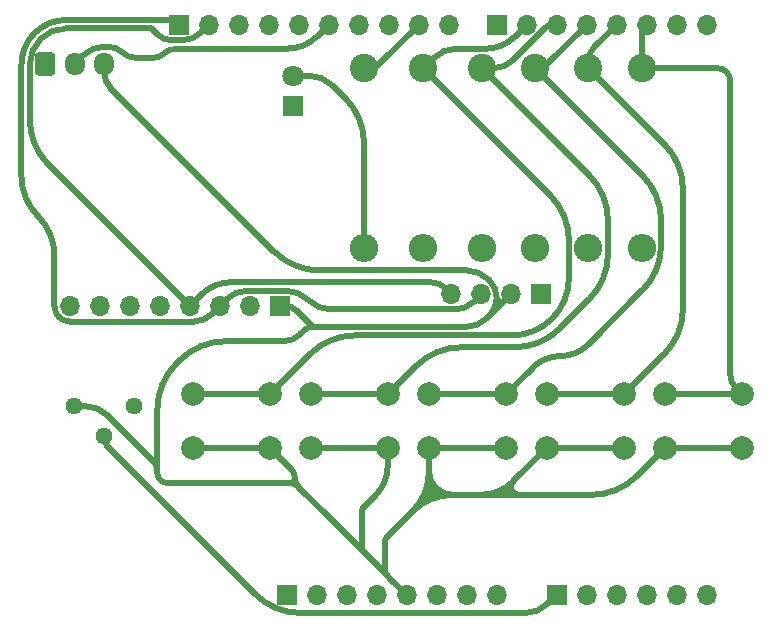
<source format=gbr>
%TF.GenerationSoftware,KiCad,Pcbnew,8.0.8*%
%TF.CreationDate,2025-02-03T17:05:42-07:00*%
%TF.ProjectId,Uno_Sheild_Project,556e6f5f-5368-4656-996c-645f50726f6a,rev?*%
%TF.SameCoordinates,Original*%
%TF.FileFunction,Copper,L1,Top*%
%TF.FilePolarity,Positive*%
%FSLAX46Y46*%
G04 Gerber Fmt 4.6, Leading zero omitted, Abs format (unit mm)*
G04 Created by KiCad (PCBNEW 8.0.8) date 2025-02-03 17:05:42*
%MOMM*%
%LPD*%
G01*
G04 APERTURE LIST*
G04 Aperture macros list*
%AMRoundRect*
0 Rectangle with rounded corners*
0 $1 Rounding radius*
0 $2 $3 $4 $5 $6 $7 $8 $9 X,Y pos of 4 corners*
0 Add a 4 corners polygon primitive as box body*
4,1,4,$2,$3,$4,$5,$6,$7,$8,$9,$2,$3,0*
0 Add four circle primitives for the rounded corners*
1,1,$1+$1,$2,$3*
1,1,$1+$1,$4,$5*
1,1,$1+$1,$6,$7*
1,1,$1+$1,$8,$9*
0 Add four rect primitives between the rounded corners*
20,1,$1+$1,$2,$3,$4,$5,0*
20,1,$1+$1,$4,$5,$6,$7,0*
20,1,$1+$1,$6,$7,$8,$9,0*
20,1,$1+$1,$8,$9,$2,$3,0*%
G04 Aperture macros list end*
%TA.AperFunction,ComponentPad*%
%ADD10O,1.700000X1.700000*%
%TD*%
%TA.AperFunction,ComponentPad*%
%ADD11R,1.700000X1.700000*%
%TD*%
%TA.AperFunction,ComponentPad*%
%ADD12C,1.440000*%
%TD*%
%TA.AperFunction,ComponentPad*%
%ADD13O,2.400000X2.400000*%
%TD*%
%TA.AperFunction,ComponentPad*%
%ADD14C,2.400000*%
%TD*%
%TA.AperFunction,ComponentPad*%
%ADD15R,1.800000X1.800000*%
%TD*%
%TA.AperFunction,ComponentPad*%
%ADD16C,1.800000*%
%TD*%
%TA.AperFunction,ComponentPad*%
%ADD17O,1.700000X1.950000*%
%TD*%
%TA.AperFunction,ComponentPad*%
%ADD18RoundRect,0.250000X-0.600000X-0.725000X0.600000X-0.725000X0.600000X0.725000X-0.600000X0.725000X0*%
%TD*%
%TA.AperFunction,ComponentPad*%
%ADD19C,2.000000*%
%TD*%
%TA.AperFunction,Conductor*%
%ADD20C,0.508000*%
%TD*%
G04 APERTURE END LIST*
D10*
%TO.P,J1,8,Pin_8*%
%TO.N,VCC*%
X145720000Y-97460000D03*
%TO.P,J1,7,Pin_7*%
%TO.N,GND*%
X143180000Y-97460000D03*
%TO.P,J1,6,Pin_6*%
X140640000Y-97460000D03*
%TO.P,J1,5,Pin_5*%
%TO.N,+5V*%
X138100000Y-97460000D03*
%TO.P,J1,4,Pin_4*%
%TO.N,+3V3*%
X135560000Y-97460000D03*
%TO.P,J1,3,Pin_3*%
%TO.N,/~{RESET}*%
X133020000Y-97460000D03*
%TO.P,J1,2,Pin_2*%
%TO.N,/IOREF*%
X130480000Y-97460000D03*
D11*
%TO.P,J1,1,Pin_1*%
%TO.N,unconnected-(J1-Pin_1-Pad1)*%
X127940000Y-97460000D03*
%TD*%
D10*
%TO.P,J3,6,Pin_6*%
%TO.N,/SCL{slash}A5*%
X163500000Y-97460000D03*
%TO.P,J3,5,Pin_5*%
%TO.N,/SDA{slash}A4*%
X160960000Y-97460000D03*
%TO.P,J3,4,Pin_4*%
%TO.N,/A3*%
X158420000Y-97460000D03*
%TO.P,J3,3,Pin_3*%
%TO.N,/A2*%
X155880000Y-97460000D03*
%TO.P,J3,2,Pin_2*%
%TO.N,/A1*%
X153340000Y-97460000D03*
D11*
%TO.P,J3,1,Pin_1*%
%TO.N,/temp_sensor*%
X150800000Y-97460000D03*
%TD*%
D10*
%TO.P,J2,10,Pin_10*%
%TO.N,unconnected-(J2-Pin_10-Pad10)*%
X141656000Y-49200000D03*
%TO.P,J2,9,Pin_9*%
%TO.N,/led_light*%
X139116000Y-49200000D03*
%TO.P,J2,8,Pin_8*%
%TO.N,/\u002A10*%
X136576000Y-49200000D03*
%TO.P,J2,7,Pin_7*%
%TO.N,/\u002A11*%
X134036000Y-49200000D03*
%TO.P,J2,6,Pin_6*%
%TO.N,/temp_digital*%
X131496000Y-49200000D03*
%TO.P,J2,5,Pin_5*%
%TO.N,/13*%
X128956000Y-49200000D03*
%TO.P,J2,4,Pin_4*%
%TO.N,GND*%
X126416000Y-49200000D03*
%TO.P,J2,3,Pin_3*%
%TO.N,/AREF*%
X123876000Y-49200000D03*
%TO.P,J2,2,Pin_2*%
%TO.N,/I2C_SDA*%
X121336000Y-49200000D03*
D11*
%TO.P,J2,1,Pin_1*%
%TO.N,/I2C_SCL*%
X118796000Y-49200000D03*
%TD*%
D10*
%TO.P,J4,8,Pin_8*%
%TO.N,/RX{slash}0*%
X163500000Y-49200000D03*
%TO.P,J4,7,Pin_7*%
%TO.N,/TX{slash}1*%
X160960000Y-49200000D03*
%TO.P,J4,6,Pin_6*%
%TO.N,/button_onoff*%
X158420000Y-49200000D03*
%TO.P,J4,5,Pin_5*%
%TO.N,/button_units*%
X155880000Y-49200000D03*
%TO.P,J4,4,Pin_4*%
%TO.N,/button_light*%
X153340000Y-49200000D03*
%TO.P,J4,3,Pin_3*%
%TO.N,/button_cal*%
X150800000Y-49200000D03*
%TO.P,J4,2,Pin_2*%
%TO.N,/button_lock*%
X148260000Y-49200000D03*
D11*
%TO.P,J4,1,Pin_1*%
%TO.N,/7*%
X145720000Y-49200000D03*
%TD*%
D12*
%TO.P,RV1,3,3*%
%TO.N,GND*%
X115040000Y-81515000D03*
%TO.P,RV1,2,2*%
%TO.N,/temp_sensor*%
X112500000Y-84055000D03*
%TO.P,RV1,1,1*%
%TO.N,+5V*%
X109960000Y-81515000D03*
%TD*%
D10*
%TO.P,J6,4,Pin_4*%
%TO.N,/I2C_SDA*%
X141880000Y-72000000D03*
%TO.P,J6,3,Pin_3*%
%TO.N,/I2C_SCL*%
X144420000Y-72000000D03*
%TO.P,J6,2,Pin_2*%
%TO.N,+5V*%
X146960000Y-72000000D03*
D11*
%TO.P,J6,1,Pin_1*%
%TO.N,GND*%
X149500000Y-72000000D03*
%TD*%
D13*
%TO.P,R6,2*%
%TO.N,Net-(D1-A)*%
X134500000Y-68120000D03*
D14*
%TO.P,R6,1*%
%TO.N,/led_light*%
X134500000Y-52880000D03*
%TD*%
D15*
%TO.P,D1,1,K*%
%TO.N,GND*%
X128500000Y-56040000D03*
D16*
%TO.P,D1,2,A*%
%TO.N,Net-(D1-A)*%
X128500000Y-53500000D03*
%TD*%
D17*
%TO.P,J7,3,Pin_3*%
%TO.N,+5V*%
X112500000Y-52500000D03*
%TO.P,J7,2,Pin_2*%
%TO.N,/temp_digital*%
X110000000Y-52500000D03*
D18*
%TO.P,J7,1,Pin_1*%
%TO.N,GND*%
X107500000Y-52500000D03*
%TD*%
D19*
%TO.P,SW5,2,B*%
%TO.N,+5V*%
X126500000Y-85000000D03*
X120000000Y-85000000D03*
%TO.P,SW5,1,A*%
%TO.N,/button_lock*%
X126500000Y-80500000D03*
X120000000Y-80500000D03*
%TD*%
D14*
%TO.P,R2,1*%
%TO.N,/button_units*%
X153500000Y-52880000D03*
D13*
%TO.P,R2,2*%
%TO.N,GND*%
X153500000Y-68120000D03*
%TD*%
D19*
%TO.P,SW1,2,B*%
%TO.N,+5V*%
X166500000Y-85000000D03*
X160000000Y-85000000D03*
%TO.P,SW1,1,A*%
%TO.N,/button_onoff*%
X166500000Y-80500000D03*
X160000000Y-80500000D03*
%TD*%
D14*
%TO.P,R1,1*%
%TO.N,/button_onoff*%
X158000000Y-52880000D03*
D13*
%TO.P,R1,2*%
%TO.N,GND*%
X158000000Y-68120000D03*
%TD*%
%TO.P,R5,2*%
%TO.N,GND*%
X139500000Y-68120000D03*
D14*
%TO.P,R5,1*%
%TO.N,/button_lock*%
X139500000Y-52880000D03*
%TD*%
D19*
%TO.P,SW2,2,B*%
%TO.N,+5V*%
X156500000Y-85000000D03*
X150000000Y-85000000D03*
%TO.P,SW2,1,A*%
%TO.N,/button_units*%
X156500000Y-80500000D03*
X150000000Y-80500000D03*
%TD*%
%TO.P,SW4,2,B*%
%TO.N,+5V*%
X136500000Y-85000000D03*
X130000000Y-85000000D03*
%TO.P,SW4,1,A*%
%TO.N,/button_cal*%
X136500000Y-80500000D03*
X130000000Y-80500000D03*
%TD*%
D13*
%TO.P,R3,2*%
%TO.N,GND*%
X149000000Y-68120000D03*
D14*
%TO.P,R3,1*%
%TO.N,/button_light*%
X149000000Y-52880000D03*
%TD*%
D13*
%TO.P,R4,2*%
%TO.N,GND*%
X144500000Y-68120000D03*
D14*
%TO.P,R4,1*%
%TO.N,/button_cal*%
X144500000Y-52880000D03*
%TD*%
D19*
%TO.P,SW3,2,B*%
%TO.N,+5V*%
X146500000Y-85000000D03*
X140000000Y-85000000D03*
%TO.P,SW3,1,A*%
%TO.N,/button_light*%
X146500000Y-80500000D03*
X140000000Y-80500000D03*
%TD*%
D10*
%TO.P,J5,8,Pin_8*%
%TO.N,unconnected-(J5-Pin_8-Pad8)*%
X109595000Y-73025000D03*
%TO.P,J5,7,Pin_7*%
%TO.N,unconnected-(J5-Pin_7-Pad7)*%
X112135000Y-73025000D03*
%TO.P,J5,6,Pin_6*%
%TO.N,unconnected-(J5-Pin_6-Pad6)*%
X114675000Y-73025000D03*
%TO.P,J5,5,Pin_5*%
%TO.N,unconnected-(J5-Pin_5-Pad5)*%
X117215000Y-73025000D03*
%TO.P,J5,4,Pin_4*%
%TO.N,/I2C_SDA*%
X119755000Y-73025000D03*
%TO.P,J5,3,Pin_3*%
%TO.N,/I2C_SCL*%
X122295000Y-73025000D03*
%TO.P,J5,2,Pin_2*%
%TO.N,GND*%
X124835000Y-73025000D03*
D11*
%TO.P,J5,1,Pin_1*%
%TO.N,+5V*%
X127375000Y-73025000D03*
%TD*%
D20*
%TO.N,+5V*%
X146101012Y-88601012D02*
X146500000Y-89000000D01*
X147619913Y-89000000D02*
X146500000Y-89000000D01*
X146500000Y-89000000D02*
X144380086Y-89000000D01*
X146971082Y-88500000D02*
X146971082Y-88528918D01*
X146971082Y-88528918D02*
X146500000Y-89000000D01*
X140130550Y-88630550D02*
X139761100Y-89000000D01*
X140358059Y-88403041D02*
X140130550Y-88630550D01*
X140130550Y-88630550D02*
X139895318Y-88395318D01*
X139895318Y-88395318D02*
X139895318Y-88000000D01*
X141000000Y-89044982D02*
X140955018Y-89000000D01*
X140955018Y-89000000D02*
X139761100Y-89000000D01*
X141000000Y-89104689D02*
X141000000Y-89044982D01*
X141000000Y-89044982D02*
X140358059Y-88403041D01*
X139761100Y-89488254D02*
X139761100Y-89000000D01*
X139761100Y-89000000D02*
X139761100Y-88500000D01*
X140358059Y-88141941D02*
X140358059Y-88403041D01*
X139624677Y-89624677D02*
X139761100Y-89488254D01*
%TO.N,/temp_sensor*%
X125278207Y-97406207D02*
G75*
G03*
X129125963Y-99000011I3847793J3847807D01*
G01*
X112500000Y-84341500D02*
G75*
G03*
X112702580Y-84830592I691700J0D01*
G01*
X150030000Y-98230000D02*
G75*
G02*
X148171055Y-98999952I-1858900J1859000D01*
G01*
%TO.N,/led_light*%
X135766925Y-52549074D02*
G75*
G02*
X134968000Y-52879985I-798925J798974D01*
G01*
%TO.N,Net-(D1-A)*%
X132906207Y-55406207D02*
G75*
G02*
X134500011Y-59253963I-3847807J-3847793D01*
G01*
X131883883Y-54383883D02*
G75*
G03*
X129750000Y-53500010I-2133883J-2133917D01*
G01*
%TO.N,/button_units*%
X161500000Y-73246036D02*
G75*
G02*
X159906200Y-77093785I-5441600J36D01*
G01*
X153959619Y-51120380D02*
G75*
G03*
X153499988Y-52230000I1109581J-1109620D01*
G01*
X159906207Y-59286207D02*
G75*
G02*
X161500011Y-63133963I-3847807J-3847793D01*
G01*
%TO.N,/button_cal*%
X145462067Y-52880000D02*
G75*
G03*
X145180302Y-53560266I33J-398500D01*
G01*
X142755227Y-76498736D02*
G75*
G03*
X138907455Y-78092512I-27J-5441564D01*
G01*
X151093792Y-74904943D02*
G75*
G02*
X147246036Y-76498765I-3847792J3847743D01*
G01*
X147104419Y-52199715D02*
G75*
G02*
X145462067Y-52879987I-1642319J1642315D01*
G01*
X153560207Y-61940207D02*
G75*
G02*
X155154011Y-65787963I-3847807J-3847793D01*
G01*
X150452067Y-49200000D02*
G75*
G03*
X149858122Y-49446038I33J-840000D01*
G01*
X155154000Y-68590772D02*
G75*
G02*
X153560232Y-72438553I-5441600J-28D01*
G01*
%TO.N,/button_light*%
X149330000Y-52880000D02*
G75*
G03*
X149233334Y-53113356I0J-136700D01*
G01*
X151125316Y-77249368D02*
G75*
G03*
X148778586Y-78221419I-16J-3318732D01*
G01*
X159654000Y-67841404D02*
G75*
G02*
X158060216Y-71689169I-5441600J4D01*
G01*
X158060207Y-61940207D02*
G75*
G02*
X159654011Y-65787963I-3847807J-3847793D01*
G01*
X149893345Y-52646654D02*
G75*
G02*
X149330000Y-52879997I-563345J563354D01*
G01*
X153472048Y-76277319D02*
G75*
G02*
X151125316Y-77249382I-2346748J2346719D01*
G01*
%TO.N,/button_lock*%
X147247000Y-50213000D02*
G75*
G02*
X144801401Y-51226001I-2445600J2445600D01*
G01*
X150252207Y-63632207D02*
G75*
G02*
X151846011Y-67479963I-3847807J-3847793D01*
G01*
X151846000Y-70641574D02*
G75*
G02*
X150423008Y-74077008I-4858400J-26D01*
G01*
X133753963Y-75500000D02*
G75*
G03*
X129906236Y-77093821I37J-5441500D01*
G01*
X142323554Y-51226000D02*
G75*
G03*
X140327034Y-52053034I46J-2823500D01*
G01*
X150423000Y-74077000D02*
G75*
G02*
X146987574Y-75499989I-3435400J3435400D01*
G01*
%TO.N,/button_onoff*%
X165190000Y-53190000D02*
G75*
G02*
X165499997Y-53938406I-748400J-748400D01*
G01*
X166000000Y-80000000D02*
G75*
G02*
X165792893Y-80499984I-207100J-207100D01*
G01*
X158210000Y-49410000D02*
G75*
G03*
X157999994Y-49916984I507000J-507000D01*
G01*
X165190000Y-53190000D02*
G75*
G03*
X164441593Y-52880003I-748400J-748400D01*
G01*
X165500000Y-78792893D02*
G75*
G03*
X165999998Y-80000002I1707100J-7D01*
G01*
%TO.N,/I2C_SDA*%
X116996000Y-50008000D02*
G75*
G03*
X118193449Y-50504021I1197500J1197500D01*
G01*
X116500000Y-49506000D02*
G75*
G03*
X116494000Y-49500000I-6000J0D01*
G01*
X116500000Y-49506000D02*
G75*
G03*
X116504239Y-49516245I14500J0D01*
G01*
X141380000Y-71500000D02*
G75*
G03*
X140172893Y-71000003I-1207100J-1207100D01*
G01*
X106196000Y-57212036D02*
G75*
G03*
X107789800Y-61059784I5441600J36D01*
G01*
X120684000Y-49852000D02*
G75*
G02*
X119109932Y-50504014I-1574100J1574100D01*
G01*
X123211891Y-71000000D02*
G75*
G03*
X120767503Y-72012503I9J-3456900D01*
G01*
X107098000Y-50402000D02*
G75*
G03*
X106196009Y-52579620I2177600J-2177600D01*
G01*
X109275620Y-49500000D02*
G75*
G03*
X107097994Y-50401994I-20J-3079600D01*
G01*
%TO.N,/I2C_SCL*%
X105488000Y-62005979D02*
G75*
G03*
X106889494Y-65389506I4785000J-21D01*
G01*
X106889500Y-65389500D02*
G75*
G02*
X108290992Y-68773020I-3383500J-3383500D01*
G01*
X124521067Y-71721000D02*
G75*
G03*
X122947010Y-72373010I33J-2226100D01*
G01*
X121643000Y-73677000D02*
G75*
G02*
X120068932Y-74329014I-1574100J1574100D01*
G01*
X143768000Y-72652000D02*
G75*
G02*
X142193932Y-73304014I-1574100J1574100D01*
G01*
X129804500Y-72512500D02*
G75*
G03*
X127893649Y-71720979I-1910900J-1910900D01*
G01*
X106597368Y-49901368D02*
G75*
G03*
X105488008Y-52579619I2678232J-2678232D01*
G01*
X118592000Y-48996000D02*
G75*
G03*
X118099500Y-48792000I-492500J-492500D01*
G01*
X108291000Y-73025000D02*
G75*
G03*
X108672932Y-73947067I1304000J0D01*
G01*
X109275619Y-48792000D02*
G75*
G03*
X106597362Y-49901362I-19J-3787600D01*
G01*
X108672932Y-73947067D02*
G75*
G03*
X109594999Y-74329000I922068J922067D01*
G01*
X129804500Y-72512500D02*
G75*
G03*
X131715350Y-73304021I1910900J1910900D01*
G01*
%TO.N,/temp_digital*%
X112439455Y-51071000D02*
G75*
G03*
X110714534Y-51785534I45J-2439400D01*
G01*
X114035500Y-51535500D02*
G75*
G03*
X112914097Y-51071001I-1121400J-1121400D01*
G01*
X130490000Y-50206000D02*
G75*
G02*
X128061301Y-51212000I-2428700J2428700D01*
G01*
X117606000Y-51606000D02*
G75*
G02*
X116654799Y-52000000I-951200J951200D01*
G01*
X118557200Y-51212000D02*
G75*
G03*
X117606000Y-51606000I0J-1345200D01*
G01*
X114035500Y-51535500D02*
G75*
G03*
X115156902Y-51999999I1121400J1121400D01*
G01*
%TO.N,+5V*%
X144380086Y-89000000D02*
G75*
G03*
X147145455Y-87854552I14J3910800D01*
G01*
X147145451Y-87854548D02*
G75*
G03*
X147619913Y-88999974I474449J-474452D01*
G01*
X138585787Y-90414212D02*
G75*
G03*
X140000007Y-87000001I-3414187J3414212D01*
G01*
X141999998Y-89000000D02*
G75*
G03*
X138585793Y-90414218I2J-4828400D01*
G01*
X140000000Y-87000001D02*
G75*
G03*
X141999998Y-89000000I2000000J1D01*
G01*
X136410000Y-95770000D02*
X136410000Y-95770000D01*
X136250000Y-95383725D02*
G75*
G03*
X136410008Y-95769992I546300J25D01*
G01*
X120000000Y-84971866D02*
G75*
G03*
X120028133Y-85000000I28100J-34D01*
G01*
X145106284Y-70842149D02*
G75*
G02*
X145729977Y-72347932I-1505784J-1505751D01*
G01*
X134410000Y-90090000D02*
G75*
G03*
X134319991Y-90307279I217300J-217300D01*
G01*
X144949000Y-74011000D02*
G75*
G02*
X143063499Y-74792000I-1885500J1885500D01*
G01*
X129929866Y-74792000D02*
G75*
G03*
X129551140Y-74948907I34J-535600D01*
G01*
X128335944Y-86835944D02*
G75*
G02*
X128640003Y-87570000I-734044J-734056D01*
G01*
X128210000Y-88000000D02*
G75*
G03*
X128640000Y-87570000I0J430000D01*
G01*
X128944055Y-88304055D02*
G75*
G03*
X128210000Y-87999997I-734055J-734045D01*
G01*
X128640000Y-87570000D02*
G75*
G03*
X128944057Y-88304053I1038100J0D01*
G01*
X144997067Y-70732932D02*
G75*
G03*
X143227611Y-69999995I-1769467J-1769468D01*
G01*
X129929866Y-74792000D02*
G75*
G03*
X129994866Y-74635099I34J91900D01*
G01*
X129994849Y-74635116D02*
G75*
G03*
X130373599Y-74792010I378751J378716D01*
G01*
X117250000Y-87750000D02*
G75*
G03*
X117853553Y-88000019I603600J603600D01*
G01*
X129104000Y-75396000D02*
G75*
G02*
X127645815Y-76000006I-1458200J1458200D01*
G01*
X128741727Y-73381994D02*
G75*
G03*
X127879866Y-73025007I-861827J-861806D01*
G01*
X118593792Y-77906206D02*
G75*
G03*
X116999988Y-81753963I3847808J-3847794D01*
G01*
X136375000Y-92625000D02*
G75*
G03*
X136249990Y-92926776I301800J-301800D01*
G01*
X117000000Y-87146446D02*
G75*
G03*
X117249984Y-87750016I853500J-54D01*
G01*
X145115000Y-73845000D02*
G75*
G03*
X145729954Y-72360258I-1484800J1484700D01*
G01*
X145730000Y-72360258D02*
G75*
G03*
X146345071Y-72615071I360300J-42D01*
G01*
X136500000Y-86585786D02*
G75*
G02*
X135500004Y-89000004I-3414200J-14D01*
G01*
X122753963Y-76000000D02*
G75*
G03*
X118906236Y-77593821I37J-5441500D01*
G01*
X112741552Y-82241552D02*
G75*
G03*
X110987500Y-81514999I-1754052J-1754048D01*
G01*
X157593792Y-87406207D02*
G75*
G02*
X153746036Y-89000010I-3847792J3847807D01*
G01*
X126906207Y-68406207D02*
G75*
G03*
X130753963Y-70000011I3847793J3847807D01*
G01*
X117000000Y-87000000D02*
G75*
G03*
X116646445Y-86146447I-1207100J0D01*
G01*
X116646446Y-86146446D02*
G75*
G03*
X117000012Y-86000000I146454J146446D01*
G01*
X112500000Y-53250000D02*
G75*
G03*
X113030322Y-54530338I1810700J0D01*
G01*
X134320000Y-93326446D02*
G75*
G03*
X134569984Y-93930016I853500J-54D01*
G01*
X134070000Y-93430000D02*
G75*
G03*
X134320113Y-93326446I103600J103600D01*
G01*
X136730000Y-96090000D02*
X136410000Y-95770000D01*
X136410000Y-95770000D02*
X136730000Y-96090000D01*
X136625000Y-92375000D02*
X136375000Y-92625000D01*
X131695000Y-91055000D02*
X133445000Y-92805000D01*
X134590000Y-89910000D02*
X134410000Y-90090000D01*
X134570000Y-93930000D02*
X135070000Y-94430000D01*
X130373599Y-74792000D02*
X129929866Y-74792000D01*
X127570000Y-88000000D02*
X125430000Y-88000000D01*
X146345000Y-72615000D02*
X145115000Y-73845000D01*
X117000000Y-84250000D02*
X117000000Y-85750000D01*
X117000000Y-86000000D02*
X117000000Y-87000000D01*
X134570000Y-93930000D02*
X134070000Y-93430000D01*
X112500000Y-53250000D02*
X112500000Y-52500000D01*
X143227611Y-70000000D02*
X130753963Y-70000000D01*
X126906207Y-68406207D02*
X113030330Y-54530330D01*
X145730000Y-72347932D02*
X145730000Y-72360258D01*
X145106284Y-70842149D02*
X144997067Y-70732932D01*
%TO.N,Net-(D1-A)*%
X134500000Y-59253963D02*
X134500000Y-68120000D01*
X132906207Y-55406207D02*
X131883883Y-54383883D01*
X129750000Y-53500000D02*
X128500000Y-53500000D01*
%TO.N,+5V*%
X134320000Y-90307279D02*
X134320000Y-93326446D01*
X133445000Y-92805000D02*
X134070000Y-93430000D01*
X134590000Y-89910000D02*
X135500000Y-89000000D01*
X138585787Y-90414212D02*
X136625000Y-92375000D01*
X136410000Y-95770000D02*
X135070000Y-94430000D01*
X136250000Y-95383725D02*
X136250000Y-92926776D01*
X136730000Y-96090000D02*
X138100000Y-97460000D01*
%TO.N,/temp_digital*%
X128061301Y-51212000D02*
X118557200Y-51212000D01*
X112439455Y-51071000D02*
X112914097Y-51071000D01*
X116654799Y-52000000D02*
X115156902Y-52000000D01*
%TO.N,/I2C_SCL*%
X120068932Y-74329000D02*
X109594999Y-74329000D01*
X108291000Y-68773020D02*
X108291000Y-73025000D01*
X118099500Y-48792000D02*
X109275619Y-48792000D01*
X105488000Y-62005979D02*
X105488000Y-52579619D01*
X118592000Y-48996000D02*
X118796000Y-49200000D01*
%TO.N,/button_lock*%
X150252207Y-63632207D02*
X139500000Y-52880000D01*
X151846000Y-67479963D02*
X151846000Y-70641574D01*
X133753963Y-75500000D02*
X146987574Y-75500000D01*
X129906207Y-77093792D02*
X126500000Y-80500000D01*
%TO.N,+5V*%
X112741552Y-82241552D02*
X116646446Y-86146446D01*
X126500000Y-85000000D02*
X128335944Y-86835944D01*
X147145451Y-87854548D02*
X150000000Y-85000000D01*
X136500000Y-85000000D02*
X136500000Y-86585786D01*
X117000000Y-81753963D02*
X117000000Y-84250000D01*
X127645815Y-76000000D02*
X122753963Y-76000000D01*
X131695000Y-91055000D02*
X128944055Y-88304055D01*
X150000000Y-85000000D02*
X156500000Y-85000000D01*
X160000000Y-85000000D02*
X157593792Y-87406207D01*
X136500000Y-85000000D02*
X130000000Y-85000000D01*
X128210000Y-88000000D02*
X127570000Y-88000000D01*
X143063499Y-74792000D02*
X130373599Y-74792000D01*
X117000000Y-87146446D02*
X117000000Y-87000000D01*
X117853553Y-88000000D02*
X125430000Y-88000000D01*
X129994849Y-74635116D02*
X128741727Y-73381994D01*
X120028133Y-85000000D02*
X126500000Y-85000000D01*
X120000000Y-84971866D02*
X120000000Y-84943733D01*
X140000000Y-85000000D02*
X140000000Y-87000001D01*
X160000000Y-85000000D02*
X166500000Y-85000000D01*
X146345000Y-72615000D02*
X146960000Y-72000000D01*
X127879866Y-73025000D02*
X127375000Y-73025000D01*
X129551116Y-74948883D02*
X129104000Y-75396000D01*
X110987500Y-81515000D02*
X109960000Y-81515000D01*
X147619913Y-89000000D02*
X153746036Y-89000000D01*
X144380086Y-89000000D02*
X141999998Y-89000000D01*
X117000000Y-85750000D02*
X117000000Y-86000000D01*
X118593792Y-77906206D02*
X118906207Y-77593792D01*
X140000000Y-85000000D02*
X146500000Y-85000000D01*
X144949000Y-74011000D02*
X145115000Y-73845000D01*
%TO.N,/temp_digital*%
X130490000Y-50206000D02*
X131496000Y-49200000D01*
X110714500Y-51785500D02*
X110000000Y-52500000D01*
%TO.N,/I2C_SCL*%
X142193932Y-73304000D02*
X131715350Y-73304000D01*
X124521067Y-71721000D02*
X127893649Y-71721000D01*
X143768000Y-72652000D02*
X144420000Y-72000000D01*
%TO.N,/I2C_SDA*%
X116996000Y-50008000D02*
X116504242Y-49516242D01*
X119755000Y-73025000D02*
X107789792Y-61059792D01*
X118193449Y-50504000D02*
X119109932Y-50504000D01*
X119755000Y-73025000D02*
X120767500Y-72012500D01*
X116494000Y-49500000D02*
X109275620Y-49500000D01*
X106196000Y-57212036D02*
X106196000Y-52579620D01*
X140172893Y-71000000D02*
X123211891Y-71000000D01*
X120684000Y-49852000D02*
X121336000Y-49200000D01*
X141380000Y-71500000D02*
X141880000Y-72000000D01*
%TO.N,/button_onoff*%
X158210000Y-49410000D02*
X158420000Y-49200000D01*
X165792893Y-80500000D02*
X160000000Y-80500000D01*
X158000000Y-49916984D02*
X158000000Y-52880000D01*
%TO.N,/button_lock*%
X140327000Y-52053000D02*
X139500000Y-52880000D01*
X126500000Y-80500000D02*
X120000000Y-80500000D01*
X144801401Y-51226000D02*
X142323554Y-51226000D01*
X147247000Y-50213000D02*
X148260000Y-49200000D01*
%TO.N,/button_light*%
X146500000Y-80500000D02*
X140000000Y-80500000D01*
X149893345Y-52646654D02*
X153340000Y-49200000D01*
%TO.N,/button_cal*%
X136500000Y-80500000D02*
X130000000Y-80500000D01*
X150452067Y-49200000D02*
X150800000Y-49200000D01*
X147104419Y-52199715D02*
X149858109Y-49446025D01*
%TO.N,/button_units*%
X156500000Y-80500000D02*
X150000000Y-80500000D01*
%TO.N,/led_light*%
X135766925Y-52549074D02*
X139116000Y-49200000D01*
X134968000Y-52880000D02*
X134500000Y-52880000D01*
%TO.N,/temp_sensor*%
X150030000Y-98230000D02*
X150800000Y-97460000D01*
X129125963Y-99000000D02*
X148171055Y-99000000D01*
X125278207Y-97406207D02*
X112702586Y-84830586D01*
X112500000Y-84341500D02*
X112500000Y-84055000D01*
%TO.N,/button_onoff*%
X158000000Y-52880000D02*
X164441593Y-52880000D01*
X165500000Y-53938406D02*
X165500000Y-78792893D01*
%TO.N,/button_cal*%
X136500000Y-80500000D02*
X138907471Y-78092528D01*
X151093792Y-74904943D02*
X153560207Y-72438528D01*
X142755227Y-76498736D02*
X147246036Y-76498736D01*
X145180284Y-53560284D02*
X153560207Y-61940207D01*
X155154000Y-65787963D02*
X155154000Y-68590772D01*
%TO.N,/button_light*%
X146500000Y-80500000D02*
X148778583Y-78221416D01*
X149233345Y-53113345D02*
X158060207Y-61940207D01*
X158060207Y-71689160D02*
X153472048Y-76277319D01*
X159654000Y-67841404D02*
X159654000Y-65787963D01*
%TO.N,/button_units*%
X153959619Y-51120380D02*
X155880000Y-49200000D01*
X153500000Y-52230000D02*
X153500000Y-52880000D01*
X161500000Y-73246036D02*
X161500000Y-63133963D01*
X159906207Y-77093792D02*
X156500000Y-80500000D01*
X159906207Y-59286207D02*
X153500000Y-52880000D01*
%TO.N,/I2C_SCL*%
X122947000Y-72373000D02*
X122295000Y-73025000D01*
X121643000Y-73677000D02*
X122295000Y-73025000D01*
%TD*%
M02*

</source>
